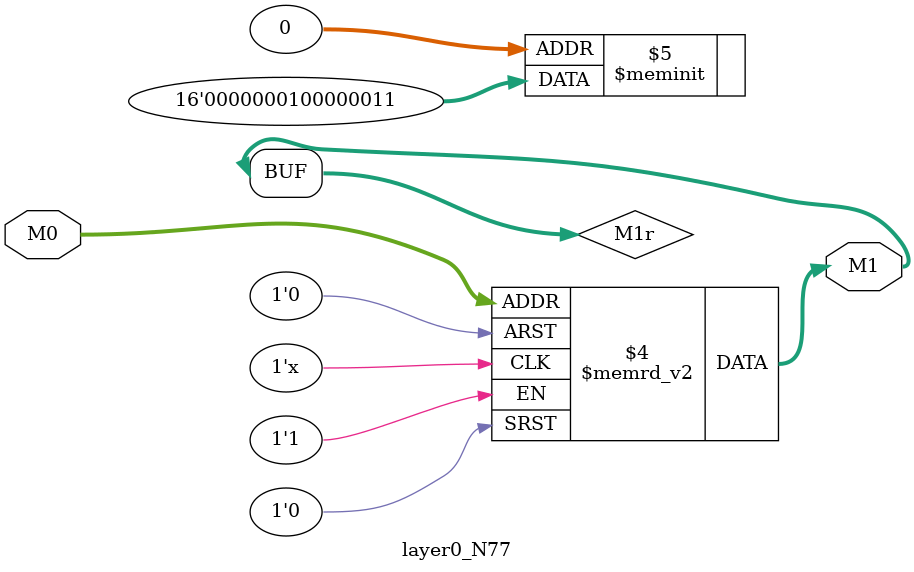
<source format=v>
module layer0_N77 ( input [2:0] M0, output [1:0] M1 );

	(*rom_style = "distributed" *) reg [1:0] M1r;
	assign M1 = M1r;
	always @ (M0) begin
		case (M0)
			3'b000: M1r = 2'b11;
			3'b100: M1r = 2'b01;
			3'b010: M1r = 2'b00;
			3'b110: M1r = 2'b00;
			3'b001: M1r = 2'b00;
			3'b101: M1r = 2'b00;
			3'b011: M1r = 2'b00;
			3'b111: M1r = 2'b00;

		endcase
	end
endmodule

</source>
